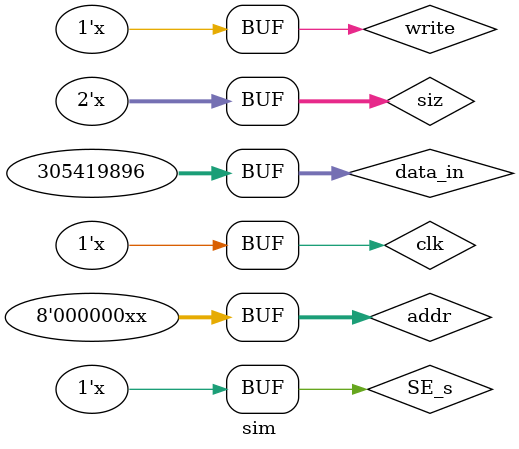
<source format=v>
`timescale 1ns / 1ps
module sim();

    reg clk;
    reg write;
    reg [7:0]addr;
    reg [31:0]data_in;
    wire [31:0]data_out;
    reg [1:0]siz;
    reg SE_s;

    RAM ram(
        .clk_DM(clk),
        .DM_Addr(addr),
        .RAM_Write(write),
        .siz(siz),
        .SE_s(SE_s),
        .RAM_in(data_in),
        .RAM_out(data_out)
    );

    always @(*)begin
        #2
        clk <= ~clk;
    end
    always @(*)begin
        #128
        write <= ~write;
    end

    always @(*)begin
        #8
        addr[1:0] <= addr[1:0]+1;
    end
    always @(*)begin
        #4
        SE_s <= ~SE_s;
    end

    always @(*)begin
        #32
        siz <= siz + 1;
    end

    initial begin
        clk = 0;
        write = 0;
        addr = 0;
        data_in = 32'h12345678;
        SE_s = 0;
        siz = 0;

    end

endmodule

</source>
